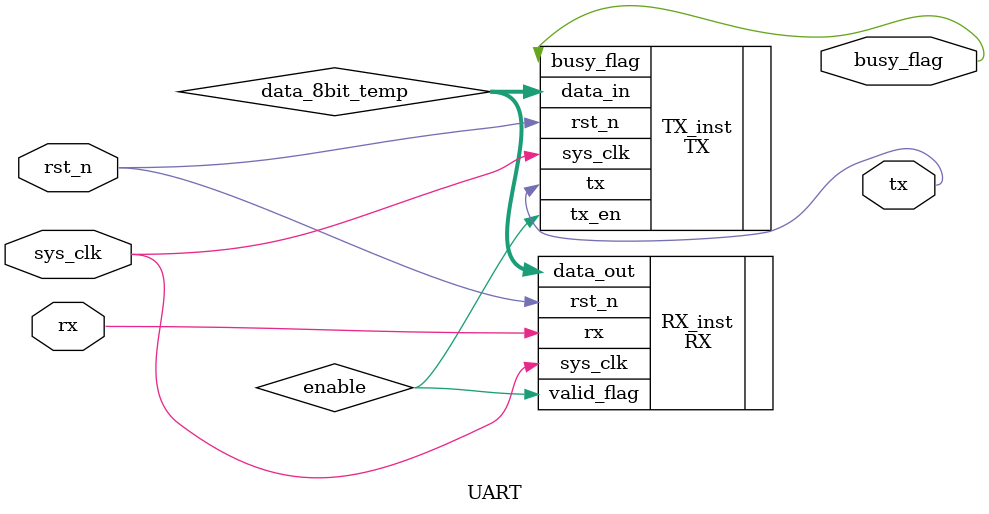
<source format=v>
module UART 
(
    input  wire sys_clk, 
    input  wire rst_n,     //异步复位 
    input  wire rx,        //串行数据接收端
    output wire busy_flag,        
    output wire tx         //串行数据输出端           
);  

    wire[7:0] data_8bit_temp;
    wire      enable;
    
    TX  TX_inst(
            .sys_clk    (sys_clk        ),
            .rst_n      (rst_n          ),
            .data_in    (data_8bit_temp ),
            .tx_en      (enable         ),
            .busy_flag  (busy_flag      ),
            .tx         (tx             ) 
        );                              
                                        
    RX  RX_inst(                        
            .sys_clk    (sys_clk        ),
            .rst_n      (rst_n          ),
            .rx         (rx             ),
            .valid_flag (enable         ),
            .data_out   (data_8bit_temp )        
        );  
    
endmodule



</source>
